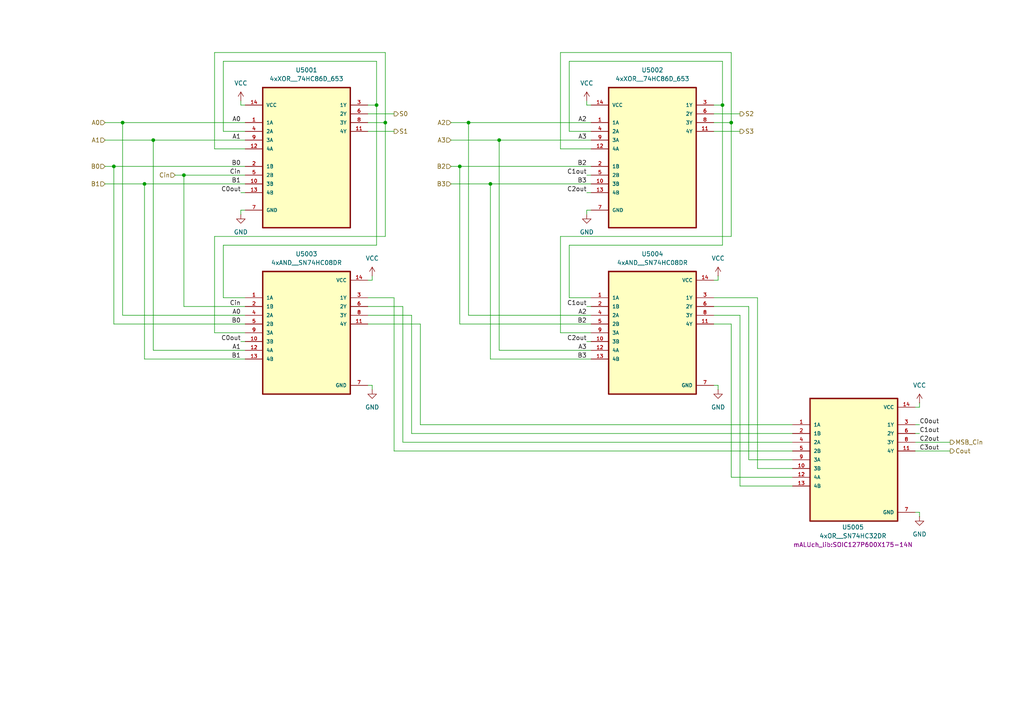
<source format=kicad_sch>
(kicad_sch (version 20250114) (generator "eeschema") (generator_version "9.0")
  (paper "A4")
  (title_block (title "4 bit full adder with carry out for bits 2 & 3") (date "2025-10-18") (company "AGH Logic Unit") (comment 1 "mALUch project"))
  (lib_symbols
    (symbol "mALUch_lib:4xAND__SN74HC08DR" (pin_names (offset 1.016))
      (property "Reference" "U" (at -12.7 18.78 0))
      (property "Value" "4xAND__SN74HC08DR" (at -12.7 -21.78 0))
      (symbol "4xAND__SN74HC08DR_0_0"
        (rectangle (start -12.7 -17.78) (end 12.7 17.78) (stroke (width 0.41)) (fill (type background)))
        (pin input line (at -17.78 10.16 0) (length 5.08) (name "1A") (number "1"))
        (pin input line (at -17.78 7.62 0) (length 5.08) (name "1B") (number "2"))
        (pin input line (at -17.78 5.08 0) (length 5.08) (name "2A") (number "4"))
        (pin input line (at -17.78 2.54 0) (length 5.08) (name "2B") (number "5"))
        (pin input line (at -17.78 0 0) (length 5.08) (name "3A") (number "9"))
        (pin input line (at -17.78 -2.54 0) (length 5.08) (name "3B") (number "10"))
        (pin input line (at -17.78 -5.08 0) (length 5.08) (name "4A") (number "12"))
        (pin input line (at -17.78 -7.62 0) (length 5.08) (name "4B") (number "13"))
        (pin power_in line (at 17.78 15.24 180) (length 5.08) (name "VCC") (number "14"))
        (pin output line (at 17.78 10.16 180) (length 5.08) (name "1Y") (number "3"))
        (pin output line (at 17.78 7.62 180) (length 5.08) (name "2Y") (number "6"))
        (pin output line (at 17.78 5.08 180) (length 5.08) (name "3Y") (number "8"))
        (pin output line (at 17.78 2.54 180) (length 5.08) (name "4Y") (number "11"))
        (pin power_in line (at 17.78 -15.24 180) (length 5.08) (name "GND") (number "7"))
      )
    )
    (symbol "mALUch_lib:4xOR__SN74HC32DR" (pin_names (offset 1.016))
      (property "Reference" "U" (at -12.7 18.78 0))
      (property "Value" "4xOR__SN74HC32DR" (at -12.7 -21.78 0))
      (property "Footprint" "mALUch_lib:SOIC127P600X175-14N" (at 0 0 0))
      (symbol "4xOR__SN74HC32DR_0_0"
        (rectangle (start -12.7 -17.78) (end 12.7 17.78) (stroke (width 0.41)) (fill (type background)))
        (pin input line (at -17.78 10.16 0) (length 5.08) (name "1A") (number "1"))
        (pin input line (at -17.78 7.62 0) (length 5.08) (name "1B") (number "2"))
        (pin input line (at -17.78 5.08 0) (length 5.08) (name "2A") (number "4"))
        (pin input line (at -17.78 2.54 0) (length 5.08) (name "2B") (number "5"))
        (pin input line (at -17.78 0 0) (length 5.08) (name "3A") (number "9"))
        (pin input line (at -17.78 -2.54 0) (length 5.08) (name "3B") (number "10"))
        (pin input line (at -17.78 -5.08 0) (length 5.08) (name "4A") (number "12"))
        (pin input line (at -17.78 -7.62 0) (length 5.08) (name "4B") (number "13"))
        (pin power_in line (at 17.78 15.24 180) (length 5.08) (name "VCC") (number "14"))
        (pin output line (at 17.78 10.16 180) (length 5.08) (name "1Y") (number "3"))
        (pin output line (at 17.78 7.62 180) (length 5.08) (name "2Y") (number "6"))
        (pin output line (at 17.78 5.08 180) (length 5.08) (name "3Y") (number "8"))
        (pin output line (at 17.78 2.54 180) (length 5.08) (name "4Y") (number "11"))
        (pin power_in line (at 17.78 -15.24 180) (length 5.08) (name "GND") (number "7"))
      )
    )
    (symbol "mALUch_lib:4xXOR__74HC86D_653" (pin_names (offset 1.016))
      (property "Reference" "U" (at -5.5665 20.5884 0))
      (property "Value" "4xXOR__74HC86D_653" (at -4.4829 -28.018 0))
      (symbol "4xXOR__74HC86D_653_0_0"
        (rectangle (start -12.7 -22.86) (end 12.7 17.78) (stroke (width 0.4064)) (fill (type background)))
        (pin power_in line (at -17.78 12.7 0) (length 5.08) (name "VCC") (number "14"))
        (pin input line (at -17.78 7.62 0) (length 5.08) (name "1A") (number "1"))
        (pin input line (at -17.78 5.08 0) (length 5.08) (name "2A") (number "4"))
        (pin input line (at -17.78 2.54 0) (length 5.08) (name "3A") (number "9"))
        (pin input line (at -17.78 0 0) (length 5.08) (name "4A") (number "12"))
        (pin input line (at -17.78 -5.08 0) (length 5.08) (name "1B") (number "2"))
        (pin input line (at -17.78 -7.62 0) (length 5.08) (name "2B") (number "5"))
        (pin input line (at -17.78 -10.16 0) (length 5.08) (name "3B") (number "10"))
        (pin input line (at -17.78 -12.7 0) (length 5.08) (name "4B") (number "13"))
        (pin passive line (at -17.78 -17.78 0) (length 5.08) (name "GND") (number "7"))
        (pin output line (at 17.78 12.7 180) (length 5.08) (name "1Y") (number "3"))
        (pin output line (at 17.78 10.16 180) (length 5.08) (name "2Y") (number "6"))
        (pin output line (at 17.78 7.62 180) (length 5.08) (name "3Y") (number "8"))
        (pin output line (at 17.78 5.08 180) (length 5.08) (name "4Y") (number "11"))
      )
    )
    (symbol "power:+5V" (power) (pin_numbers (hide yes)) (pin_names (offset 0) (hide yes))
      (property "Value" "+5V" (at 0 3.556 0))
      (symbol "+5V_0_1"
        (polyline (pts (xy -0.762 1.27) (xy 0 2.54)))
        (polyline (pts (xy 0 2.54) (xy 0.762 1.27)))
        (polyline (pts (xy 0 0) (xy 0 2.54)))
      )
      (symbol "+5V_1_1"
        (pin power_in line (at 0 0 90) (length 0) (name "~") (number "1"))
      )
    )
    (symbol "power:GND" (power) (pin_numbers (hide yes)) (pin_names (offset 0) (hide yes))
      (property "Value" "GND" (at 0 -3.81 0))
      (symbol "GND_0_1"
        (polyline (pts (xy 0 0) (xy 0 -1.27) (xy 1.27 -1.27) (xy 0 -2.54) (xy -1.27 -1.27) (xy 0 -1.27)))
      )
      (symbol "GND_1_1"
        (pin power_in line (at 0 0 270) (length 0) (name "~") (number "1"))
      )
    )
  )
  (junction (at 41.91 53.34))
  (junction (at 212.09 35.56))
  (junction (at 209.55 30.48))
  (junction (at 44.45 40.64))
  (junction (at 142.24 53.34))
  (junction (at 111.76 35.56))
  (junction (at 133.35 48.26))
  (junction (at 109.22 30.48))
  (junction (at 33.02 48.26))
  (junction (at 135.89 35.56))
  (junction (at 35.56 35.56))
  (junction (at 53.34 50.8))
  (junction (at 144.78 40.64))
  (wire (pts (xy 162.56 68.58) (xy 212.09 68.58)))
  (wire (pts (xy 170.18 50.8) (xy 171.45 50.8)))
  (wire (pts (xy 107.95 111.76) (xy 107.95 113.03)))
  (wire (pts (xy 170.18 99.06) (xy 171.45 99.06)))
  (wire (pts (xy 265.43 130.81) (xy 275.59 130.81)))
  (wire (pts (xy 135.89 35.56) (xy 171.45 35.56)))
  (wire (pts (xy 69.85 99.06) (xy 71.12 99.06)))
  (wire (pts (xy 109.22 30.48) (xy 109.22 17.78)))
  (wire (pts (xy 219.71 86.36) (xy 219.71 135.89)))
  (wire (pts (xy 109.22 30.48) (xy 109.22 71.12)))
  (wire (pts (xy 212.09 138.43) (xy 229.87 138.43)))
  (wire (pts (xy 212.09 138.43) (xy 212.09 93.98)))
  (wire (pts (xy 207.01 33.02) (xy 214.63 33.02)))
  (wire (pts (xy 229.87 130.81) (xy 114.3 130.81)))
  (wire (pts (xy 133.35 93.98) (xy 133.35 48.26)))
  (wire (pts (xy 106.68 33.02) (xy 114.3 33.02)))
  (wire (pts (xy 165.1 38.1) (xy 171.45 38.1)))
  (wire (pts (xy 212.09 35.56) (xy 207.01 35.56)))
  (wire (pts (xy 69.85 60.96) (xy 71.12 60.96)))
  (wire (pts (xy 64.77 71.12) (xy 109.22 71.12)))
  (wire (pts (xy 50.8 50.8) (xy 53.34 50.8)))
  (wire (pts (xy 64.77 17.78) (xy 64.77 38.1)))
  (wire (pts (xy 142.24 53.34) (xy 171.45 53.34)))
  (wire (pts (xy 71.12 93.98) (xy 33.02 93.98)))
  (wire (pts (xy 212.09 15.24) (xy 162.56 15.24)))
  (wire (pts (xy 212.09 93.98) (xy 207.01 93.98)))
  (wire (pts (xy 53.34 50.8) (xy 71.12 50.8)))
  (wire (pts (xy 62.23 96.52) (xy 62.23 68.58)))
  (wire (pts (xy 69.85 62.23) (xy 69.85 60.96)))
  (wire (pts (xy 266.7 118.11) (xy 266.7 116.84)))
  (wire (pts (xy 64.77 86.36) (xy 71.12 86.36)))
  (wire (pts (xy 116.84 128.27) (xy 229.87 128.27)))
  (wire (pts (xy 162.56 43.18) (xy 171.45 43.18)))
  (wire (pts (xy 214.63 91.44) (xy 214.63 140.97)))
  (wire (pts (xy 208.28 80.01) (xy 208.28 81.28)))
  (wire (pts (xy 30.48 40.64) (xy 44.45 40.64)))
  (wire (pts (xy 71.12 104.14) (xy 41.91 104.14)))
  (wire (pts (xy 69.85 29.21) (xy 69.85 30.48)))
  (wire (pts (xy 133.35 48.26) (xy 171.45 48.26)))
  (wire (pts (xy 171.45 104.14) (xy 142.24 104.14)))
  (wire (pts (xy 214.63 140.97) (xy 229.87 140.97)))
  (wire (pts (xy 171.45 96.52) (xy 162.56 96.52)))
  (wire (pts (xy 266.7 123.19) (xy 265.43 123.19)))
  (wire (pts (xy 212.09 15.24) (xy 212.09 35.56)))
  (wire (pts (xy 35.56 91.44) (xy 35.56 35.56)))
  (wire (pts (xy 219.71 86.36) (xy 207.01 86.36)))
  (wire (pts (xy 266.7 148.59) (xy 265.43 148.59)))
  (wire (pts (xy 212.09 68.58) (xy 212.09 35.56)))
  (wire (pts (xy 144.78 40.64) (xy 171.45 40.64)))
  (wire (pts (xy 121.92 123.19) (xy 229.87 123.19)))
  (wire (pts (xy 111.76 35.56) (xy 106.68 35.56)))
  (wire (pts (xy 266.7 118.11) (xy 265.43 118.11)))
  (wire (pts (xy 170.18 55.88) (xy 171.45 55.88)))
  (wire (pts (xy 217.17 88.9) (xy 217.17 133.35)))
  (wire (pts (xy 53.34 88.9) (xy 53.34 50.8)))
  (wire (pts (xy 106.68 30.48) (xy 109.22 30.48)))
  (wire (pts (xy 41.91 53.34) (xy 71.12 53.34)))
  (wire (pts (xy 209.55 30.48) (xy 209.55 71.12)))
  (wire (pts (xy 207.01 38.1) (xy 214.63 38.1)))
  (wire (pts (xy 130.81 35.56) (xy 135.89 35.56)))
  (wire (pts (xy 106.68 111.76) (xy 107.95 111.76)))
  (wire (pts (xy 217.17 133.35) (xy 229.87 133.35)))
  (wire (pts (xy 207.01 111.76) (xy 208.28 111.76)))
  (wire (pts (xy 30.48 35.56) (xy 35.56 35.56)))
  (wire (pts (xy 171.45 93.98) (xy 133.35 93.98)))
  (wire (pts (xy 130.81 40.64) (xy 144.78 40.64)))
  (wire (pts (xy 207.01 30.48) (xy 209.55 30.48)))
  (wire (pts (xy 144.78 101.6) (xy 144.78 40.64)))
  (wire (pts (xy 30.48 48.26) (xy 33.02 48.26)))
  (wire (pts (xy 229.87 125.73) (xy 119.38 125.73)))
  (wire (pts (xy 111.76 15.24) (xy 111.76 35.56)))
  (wire (pts (xy 106.68 91.44) (xy 119.38 91.44)))
  (wire (pts (xy 111.76 15.24) (xy 62.23 15.24)))
  (wire (pts (xy 44.45 101.6) (xy 44.45 40.64)))
  (wire (pts (xy 106.68 38.1) (xy 114.3 38.1)))
  (wire (pts (xy 165.1 71.12) (xy 209.55 71.12)))
  (wire (pts (xy 62.23 68.58) (xy 111.76 68.58)))
  (wire (pts (xy 107.95 81.28) (xy 106.68 81.28)))
  (wire (pts (xy 33.02 48.26) (xy 71.12 48.26)))
  (wire (pts (xy 142.24 104.14) (xy 142.24 53.34)))
  (wire (pts (xy 208.28 81.28) (xy 207.01 81.28)))
  (wire (pts (xy 64.77 71.12) (xy 64.77 86.36)))
  (wire (pts (xy 208.28 111.76) (xy 208.28 113.03)))
  (wire (pts (xy 30.48 53.34) (xy 41.91 53.34)))
  (wire (pts (xy 209.55 30.48) (xy 209.55 17.78)))
  (wire (pts (xy 209.55 17.78) (xy 165.1 17.78)))
  (wire (pts (xy 135.89 91.44) (xy 135.89 35.56)))
  (wire (pts (xy 162.56 96.52) (xy 162.56 68.58)))
  (wire (pts (xy 162.56 15.24) (xy 162.56 43.18)))
  (wire (pts (xy 106.68 93.98) (xy 121.92 93.98)))
  (wire (pts (xy 266.7 149.86) (xy 266.7 148.59)))
  (wire (pts (xy 130.81 48.26) (xy 133.35 48.26)))
  (wire (pts (xy 170.18 30.48) (xy 171.45 30.48)))
  (wire (pts (xy 35.56 35.56) (xy 71.12 35.56)))
  (wire (pts (xy 130.81 53.34) (xy 142.24 53.34)))
  (wire (pts (xy 62.23 15.24) (xy 62.23 43.18)))
  (wire (pts (xy 71.12 96.52) (xy 62.23 96.52)))
  (wire (pts (xy 219.71 135.89) (xy 229.87 135.89)))
  (wire (pts (xy 171.45 91.44) (xy 135.89 91.44)))
  (wire (pts (xy 116.84 88.9) (xy 116.84 128.27)))
  (wire (pts (xy 119.38 91.44) (xy 119.38 125.73)))
  (wire (pts (xy 64.77 38.1) (xy 71.12 38.1)))
  (wire (pts (xy 121.92 93.98) (xy 121.92 123.19)))
  (wire (pts (xy 171.45 101.6) (xy 144.78 101.6)))
  (wire (pts (xy 170.18 62.23) (xy 170.18 60.96)))
  (wire (pts (xy 214.63 91.44) (xy 207.01 91.44)))
  (wire (pts (xy 207.01 88.9) (xy 217.17 88.9)))
  (wire (pts (xy 111.76 68.58) (xy 111.76 35.56)))
  (wire (pts (xy 170.18 29.21) (xy 170.18 30.48)))
  (wire (pts (xy 114.3 86.36) (xy 114.3 130.81)))
  (wire (pts (xy 69.85 55.88) (xy 71.12 55.88)))
  (wire (pts (xy 266.7 125.73) (xy 265.43 125.73)))
  (wire (pts (xy 165.1 71.12) (xy 165.1 86.36)))
  (wire (pts (xy 165.1 86.36) (xy 171.45 86.36)))
  (wire (pts (xy 106.68 88.9) (xy 116.84 88.9)))
  (wire (pts (xy 71.12 91.44) (xy 35.56 91.44)))
  (wire (pts (xy 170.18 88.9) (xy 171.45 88.9)))
  (wire (pts (xy 165.1 17.78) (xy 165.1 38.1)))
  (wire (pts (xy 62.23 43.18) (xy 71.12 43.18)))
  (wire (pts (xy 71.12 101.6) (xy 44.45 101.6)))
  (wire (pts (xy 170.18 60.96) (xy 171.45 60.96)))
  (wire (pts (xy 41.91 104.14) (xy 41.91 53.34)))
  (wire (pts (xy 71.12 88.9) (xy 53.34 88.9)))
  (wire (pts (xy 106.68 86.36) (xy 114.3 86.36)))
  (wire (pts (xy 109.22 17.78) (xy 64.77 17.78)))
  (wire (pts (xy 69.85 30.48) (xy 71.12 30.48)))
  (wire (pts (xy 44.45 40.64) (xy 71.12 40.64)))
  (wire (pts (xy 33.02 93.98) (xy 33.02 48.26)))
  (wire (pts (xy 265.43 128.27) (xy 275.59 128.27)))
  (wire (pts (xy 107.95 80.01) (xy 107.95 81.28)))
  (label "B3" (at 170.18 104.14 180))
  (label "C0out" (at 69.85 99.06 180))
  (label "C2out" (at 266.7 128.27 0))
  (label "Cin" (at 69.85 88.9 180))
  (label "A1" (at 69.85 101.6 180))
  (label "A1" (at 69.85 40.64 180))
  (label "Cin" (at 69.85 50.8 180))
  (label "A3" (at 170.18 40.64 180))
  (label "C1out" (at 170.18 50.8 180))
  (label "B0" (at 69.85 93.98 180))
  (label "A0" (at 69.85 91.44 180))
  (label "B3" (at 170.18 53.34 180))
  (label "A0" (at 69.85 35.56 180))
  (label "C2out" (at 170.18 55.88 180))
  (label "C2out" (at 170.18 99.06 180))
  (label "C3out" (at 266.7 130.81 0))
  (label "C0out" (at 266.7 123.19 0))
  (label "C1out" (at 266.7 125.73 0))
  (label "B2" (at 170.18 48.26 180))
  (label "B0" (at 69.85 48.26 180))
  (label "A2" (at 170.18 91.44 180))
  (label "B2" (at 170.18 93.98 180))
  (label "A3" (at 170.18 101.6 180))
  (label "B1" (at 69.85 53.34 180))
  (label "B1" (at 69.85 104.14 180))
  (label "C0out" (at 69.85 55.88 180))
  (label "C1out" (at 170.18 88.9 180))
  (label "A2" (at 170.18 35.56 180))
  (hierarchical_label "MSB_Cin" (shape output) (at 275.59 128.27 0))
  (hierarchical_label "A1" (shape input) (at 30.48 40.64 180))
  (hierarchical_label "B2" (shape input) (at 130.81 48.26 180))
  (hierarchical_label "B3" (shape input) (at 130.81 53.34 180))
  (hierarchical_label "B1" (shape input) (at 30.48 53.34 180))
  (hierarchical_label "A0" (shape input) (at 30.48 35.56 180))
  (hierarchical_label "B0" (shape input) (at 30.48 48.26 180))
  (hierarchical_label "S0" (shape output) (at 114.3 33.02 0))
  (hierarchical_label "Cout" (shape output) (at 275.59 130.81 0))
  (hierarchical_label "Cin" (shape input) (at 50.8 50.8 180))
  (hierarchical_label "S1" (shape output) (at 114.3 38.1 0))
  (hierarchical_label "A3" (shape input) (at 130.81 40.64 180))
  (hierarchical_label "S3" (shape output) (at 214.63 38.1 0))
  (hierarchical_label "S2" (shape output) (at 214.63 33.02 0))
  (hierarchical_label "A2" (shape input) (at 130.81 35.56 180))
  (symbol (lib_id "mALUch_lib:4xAND__SN74HC08DR") (at 88.9 96.52 0) (unit 1)
    (property "Reference" "U4003" (at 88.9 73.66 0))
    (property "Value" "4xAND__SN74HC08DR" (at 88.9 76.2 0))
    (property "Footprint" "mALUch_lib:SOIC127P600X175-14N" (effects (hide yes)))
    (property "MF" "Texas Instruments" (effects (hide yes)))
    (property "Description_1" "4-ch, 2-input, 2-V to 6-V 5.2 mA drive strength AND gate" (effects (hide yes)))
    (property "Package" "SOIC-14 Texas Instruments" (effects (hide yes)))
    (property "Price" "None" (effects (hide yes)))
    (property "SnapEDA_Link" "https://www.snapeda.com/parts/SN74HC08DR/Texas+Instruments/view-part/?ref=snap" (effects (hide yes)))
    (property "MP" "SN74HC08DR" (effects (hide yes)))
    (property "Availability" "In Stock" (effects (hide yes)))
    (property "Check_prices" "https://www.snapeda.com/parts/SN74HC08DR/Texas+Instruments/view-part/?ref=eda" (effects (hide yes)))
    (instances (project "alu" (path "" (reference "U5003") (unit 1)) (path "" (reference "U4003") (unit 1))))
  )
  (symbol (lib_id "mALUch_lib:4xOR__SN74HC32DR") (at 247.65 133.35 0) (unit 1)
    (property "Reference" "U4005" (at 247.396 152.908 0))
    (property "Value" "4xOR__SN74HC32DR" (at 247.396 155.448 0))
    (property "Footprint" "mALUch_lib:SOIC127P600X175-14N" (at 247.396 157.988 0))
    (property "MF" "Texas Instruments" (effects (hide yes)))
    (property "Description_1" "4-ch 2-input 2-V to 6-V 5.2 mA drive strength OR gate" (effects (hide yes)))
    (property "Package" "SOIC-14 Texas Instruments" (effects (hide yes)))
    (property "Price" "None" (effects (hide yes)))
    (property "SnapEDA_Link" "https://www.snapeda.com/parts/SN74HC32DR/Texas+Instruments/view-part/?ref=snap" (effects (hide yes)))
    (property "MP" "SN74HC32DR" (effects (hide yes)))
    (property "Availability" "In Stock" (effects (hide yes)))
    (property "Check_prices" "https://www.snapeda.com/parts/SN74HC32DR/Texas+Instruments/view-part/?ref=eda" (effects (hide yes)))
    (instances (project "alu" (path "" (reference "U5005") (unit 1)) (path "" (reference "U4005") (unit 1))))
  )
  (symbol (lib_id "power:+5V") (at 69.85 29.21 0) (unit 1)
    (property "Reference" "#PWR04001" (effects (hide yes)))
    (property "Value" "VCC" (at 69.85 24.13 0))
    (property "Description" "Power symbol creates a global label with name \"+5V\"" (effects (hide yes)))
    (instances (project "alu" (path "" (reference "#PWR05001") (unit 1)) (path "" (reference "#PWR04001") (unit 1))))
  )
  (symbol (lib_id "power:+5V") (at 266.7 116.84 0) (unit 1)
    (property "Reference" "#PWR04009" (effects (hide yes)))
    (property "Value" "VCC" (at 266.7 111.76 0))
    (property "Description" "Power symbol creates a global label with name \"+5V\"" (effects (hide yes)))
    (instances (project "alu" (path "" (reference "#PWR05009") (unit 1)) (path "" (reference "#PWR04009") (unit 1))))
  )
  (symbol (lib_id "power:+5V") (at 107.95 80.01 0) (unit 1)
    (property "Reference" "#PWR04005" (effects (hide yes)))
    (property "Value" "VCC" (at 107.95 74.93 0))
    (property "Description" "Power symbol creates a global label with name \"+5V\"" (effects (hide yes)))
    (instances (project "alu" (path "" (reference "#PWR05005") (unit 1)) (path "" (reference "#PWR04005") (unit 1))))
  )
  (symbol (lib_id "mALUch_lib:4xXOR__74HC86D_653") (at 88.9 43.18 0) (unit 1)
    (property "Reference" "U4001" (at 88.9 20.32 0))
    (property "Value" "4xXOR__74HC86D_653" (at 88.9 22.86 0))
    (property "Footprint" "mALUch_lib:SOIC127P600X175-14N" (effects (hide yes)))
    (property "MF" "Nexperia USA" (effects (hide yes)))
    (property "Description_1" "XOR (Exclusive OR) IC 4 Channel - 14-SO" (effects (hide yes)))
    (property "PACKAGE" "SOIC-14" (effects (hide yes)))
    (property "MPN" "74HC86D,653" (effects (hide yes)))
    (property "Price" "None" (effects (hide yes)))
    (property "Package" "SO14-14 Nexperia USA Inc." (effects (hide yes)))
    (property "OC_FARNELL" "1085331" (effects (hide yes)))
    (property "SnapEDA_Link" "https://www.snapeda.com/parts/74HC86D,653/Nexperia/view-part/?ref=snap" (effects (hide yes)))
    (property "MP" "74HC86D,653" (effects (hide yes)))
    (property "SUPPLIER" "NXP" (effects (hide yes)))
    (property "OC_NEWARK" "99K0602" (effects (hide yes)))
    (property "Availability" "In Stock" (effects (hide yes)))
    (property "Check_prices" "https://www.snapeda.com/parts/74HC86D,653/Nexperia/view-part/?ref=eda" (effects (hide yes)))
    (instances (project "alu" (path "" (reference "U5001") (unit 1)) (path "" (reference "U4001") (unit 1))))
  )
  (symbol (lib_id "mALUch_lib:4xXOR__74HC86D_653") (at 189.23 43.18 0) (unit 1)
    (property "Reference" "U4002" (at 189.23 20.32 0))
    (property "Value" "4xXOR__74HC86D_653" (at 189.23 22.86 0))
    (property "Footprint" "mALUch_lib:SOIC127P600X175-14N" (effects (hide yes)))
    (property "MF" "Nexperia USA" (effects (hide yes)))
    (property "Description_1" "XOR (Exclusive OR) IC 4 Channel - 14-SO" (effects (hide yes)))
    (property "PACKAGE" "SOIC-14" (effects (hide yes)))
    (property "MPN" "74HC86D,653" (effects (hide yes)))
    (property "Price" "None" (effects (hide yes)))
    (property "Package" "SO14-14 Nexperia USA Inc." (effects (hide yes)))
    (property "OC_FARNELL" "1085331" (effects (hide yes)))
    (property "SnapEDA_Link" "https://www.snapeda.com/parts/74HC86D,653/Nexperia/view-part/?ref=snap" (effects (hide yes)))
    (property "MP" "74HC86D,653" (effects (hide yes)))
    (property "SUPPLIER" "NXP" (effects (hide yes)))
    (property "OC_NEWARK" "99K0602" (effects (hide yes)))
    (property "Availability" "In Stock" (effects (hide yes)))
    (property "Check_prices" "https://www.snapeda.com/parts/74HC86D,653/Nexperia/view-part/?ref=eda" (effects (hide yes)))
    (instances (project "alu" (path "" (reference "U5002") (unit 1)) (path "" (reference "U4002") (unit 1))))
  )
  (symbol (lib_id "power:GND") (at 266.7 149.86 0) (unit 1)
    (property "Reference" "#PWR04010" (effects (hide yes)))
    (property "Value" "GND" (at 266.7 154.94 0))
    (property "Description" "Power symbol creates a global label with name \"GND\" , ground" (effects (hide yes)))
    (instances (project "alu" (path "" (reference "#PWR05010") (unit 1)) (path "" (reference "#PWR04010") (unit 1))))
  )
  (symbol (lib_id "power:GND") (at 69.85 62.23 0) (unit 1)
    (property "Reference" "#PWR04003" (effects (hide yes)))
    (property "Value" "GND" (at 69.85 67.31 0))
    (property "Description" "Power symbol creates a global label with name \"GND\" , ground" (effects (hide yes)))
    (instances (project "alu" (path "" (reference "#PWR05003") (unit 1)) (path "" (reference "#PWR04003") (unit 1))))
  )
  (symbol (lib_id "power:GND") (at 170.18 62.23 0) (unit 1)
    (property "Reference" "#PWR04004" (effects (hide yes)))
    (property "Value" "GND" (at 170.18 67.31 0))
    (property "Description" "Power symbol creates a global label with name \"GND\" , ground" (effects (hide yes)))
    (instances (project "alu" (path "" (reference "#PWR05004") (unit 1)) (path "" (reference "#PWR04004") (unit 1))))
  )
  (symbol (lib_id "power:GND") (at 107.95 113.03 0) (unit 1)
    (property "Reference" "#PWR04007" (effects (hide yes)))
    (property "Value" "GND" (at 107.95 118.11 0))
    (property "Description" "Power symbol creates a global label with name \"GND\" , ground" (effects (hide yes)))
    (instances (project "alu" (path "" (reference "#PWR05007") (unit 1)) (path "" (reference "#PWR04007") (unit 1))))
  )
  (symbol (lib_id "power:GND") (at 208.28 113.03 0) (unit 1)
    (property "Reference" "#PWR04008" (effects (hide yes)))
    (property "Value" "GND" (at 208.28 118.11 0))
    (property "Description" "Power symbol creates a global label with name \"GND\" , ground" (effects (hide yes)))
    (instances (project "alu" (path "" (reference "#PWR05008") (unit 1)) (path "" (reference "#PWR04008") (unit 1))))
  )
  (symbol (lib_id "power:+5V") (at 208.28 80.01 0) (unit 1)
    (property "Reference" "#PWR04006" (effects (hide yes)))
    (property "Value" "VCC" (at 208.28 74.93 0))
    (property "Description" "Power symbol creates a global label with name \"+5V\"" (effects (hide yes)))
    (instances (project "alu" (path "" (reference "#PWR05006") (unit 1)) (path "" (reference "#PWR04006") (unit 1))))
  )
  (symbol (lib_id "power:+5V") (at 170.18 29.21 0) (unit 1)
    (property "Reference" "#PWR04002" (effects (hide yes)))
    (property "Value" "VCC" (at 170.18 24.13 0))
    (property "Description" "Power symbol creates a global label with name \"+5V\"" (effects (hide yes)))
    (instances (project "alu" (path "" (reference "#PWR05002") (unit 1)) (path "" (reference "#PWR04002") (unit 1))))
  )
  (symbol (lib_id "mALUch_lib:4xAND__SN74HC08DR") (at 189.23 96.52 0) (unit 1)
    (property "Reference" "U4004" (at 189.23 73.66 0))
    (property "Value" "4xAND__SN74HC08DR" (at 189.23 76.2 0))
    (property "Footprint" "mALUch_lib:SOIC127P600X175-14N" (effects (hide yes)))
    (property "MF" "Texas Instruments" (effects (hide yes)))
    (property "Description_1" "4-ch, 2-input, 2-V to 6-V 5.2 mA drive strength AND gate" (effects (hide yes)))
    (property "Package" "SOIC-14 Texas Instruments" (effects (hide yes)))
    (property "Price" "None" (effects (hide yes)))
    (property "SnapEDA_Link" "https://www.snapeda.com/parts/SN74HC08DR/Texas+Instruments/view-part/?ref=snap" (effects (hide yes)))
    (property "MP" "SN74HC08DR" (effects (hide yes)))
    (property "Availability" "In Stock" (effects (hide yes)))
    (property "Check_prices" "https://www.snapeda.com/parts/SN74HC08DR/Texas+Instruments/view-part/?ref=eda" (effects (hide yes)))
    (instances (project "alu" (path "" (reference "U5004") (unit 1)) (path "" (reference "U4004") (unit 1))))
  )
)
</source>
